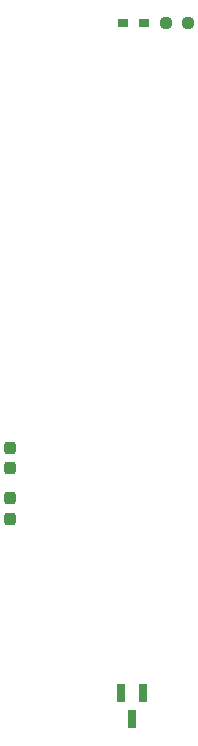
<source format=gbr>
G04 #@! TF.GenerationSoftware,KiCad,Pcbnew,8.0.4+dfsg-1*
G04 #@! TF.CreationDate,2025-03-02T15:28:41+09:00*
G04 #@! TF.ProjectId,bionic-tms99105,62696f6e-6963-42d7-946d-733939313035,3*
G04 #@! TF.SameCoordinates,Original*
G04 #@! TF.FileFunction,Paste,Top*
G04 #@! TF.FilePolarity,Positive*
%FSLAX46Y46*%
G04 Gerber Fmt 4.6, Leading zero omitted, Abs format (unit mm)*
G04 Created by KiCad (PCBNEW 8.0.4+dfsg-1) date 2025-03-02 15:28:41*
%MOMM*%
%LPD*%
G01*
G04 APERTURE LIST*
G04 Aperture macros list*
%AMRoundRect*
0 Rectangle with rounded corners*
0 $1 Rounding radius*
0 $2 $3 $4 $5 $6 $7 $8 $9 X,Y pos of 4 corners*
0 Add a 4 corners polygon primitive as box body*
4,1,4,$2,$3,$4,$5,$6,$7,$8,$9,$2,$3,0*
0 Add four circle primitives for the rounded corners*
1,1,$1+$1,$2,$3*
1,1,$1+$1,$4,$5*
1,1,$1+$1,$6,$7*
1,1,$1+$1,$8,$9*
0 Add four rect primitives between the rounded corners*
20,1,$1+$1,$2,$3,$4,$5,0*
20,1,$1+$1,$4,$5,$6,$7,0*
20,1,$1+$1,$6,$7,$8,$9,0*
20,1,$1+$1,$8,$9,$2,$3,0*%
G04 Aperture macros list end*
%ADD10RoundRect,0.237500X-0.250000X-0.237500X0.250000X-0.237500X0.250000X0.237500X-0.250000X0.237500X0*%
%ADD11RoundRect,0.237500X-0.237500X0.300000X-0.237500X-0.300000X0.237500X-0.300000X0.237500X0.300000X0*%
%ADD12R,0.965200X0.762000*%
%ADD13RoundRect,0.237500X0.237500X-0.300000X0.237500X0.300000X-0.237500X0.300000X-0.237500X-0.300000X0*%
%ADD14R,0.660400X1.625600*%
G04 APERTURE END LIST*
D10*
X116597500Y-71651000D03*
X118422500Y-71651000D03*
D11*
X103413000Y-111910000D03*
X103413000Y-113635000D03*
D12*
X114703300Y-71651000D03*
X112950700Y-71651000D03*
D13*
X103413000Y-109343500D03*
X103413000Y-107618500D03*
D14*
X114650001Y-128420000D03*
X112749999Y-128420000D03*
X113700000Y-130552000D03*
M02*

</source>
